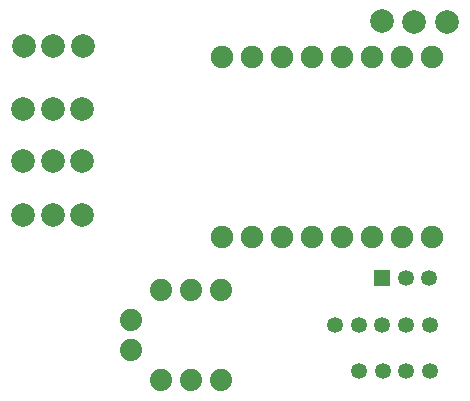
<source format=gbr>
%TF.GenerationSoftware,KiCad,Pcbnew,9.0.2*%
%TF.CreationDate,2025-06-08T01:04:18+09:00*%
%TF.ProjectId,__,78912e6b-6963-4616-945f-706362585858,rev?*%
%TF.SameCoordinates,Original*%
%TF.FileFunction,Copper,L2,Bot*%
%TF.FilePolarity,Positive*%
%FSLAX46Y46*%
G04 Gerber Fmt 4.6, Leading zero omitted, Abs format (unit mm)*
G04 Created by KiCad (PCBNEW 9.0.2) date 2025-06-08 01:04:18*
%MOMM*%
%LPD*%
G01*
G04 APERTURE LIST*
%TA.AperFunction,ComponentPad*%
%ADD10C,2.000000*%
%TD*%
%TA.AperFunction,ComponentPad*%
%ADD11C,1.879600*%
%TD*%
%TA.AperFunction,ComponentPad*%
%ADD12C,1.350000*%
%TD*%
%TA.AperFunction,ComponentPad*%
%ADD13R,1.350000X1.350000*%
%TD*%
%TA.AperFunction,ComponentPad*%
%ADD14C,1.905000*%
%TD*%
%TA.AperFunction,ViaPad*%
%ADD15C,2.000000*%
%TD*%
%TA.AperFunction,Conductor*%
%ADD16C,0.200000*%
%TD*%
G04 APERTURE END LIST*
D10*
%TO.P,REF\u002A\u002A,Drain*%
%TO.N,N/C*%
X4855000Y-3520000D03*
%TO.P,REF\u002A\u002A,Gate*%
%TO.N,COOLING*%
X7355000Y-3520000D03*
%TO.P,REF\u002A\u002A,Source*%
%TO.N,N/C*%
X2355000Y-3520000D03*
%TD*%
%TO.P,REF\u002A\u002A,Drain*%
%TO.N,N/C*%
X4830000Y-13245000D03*
%TO.P,REF\u002A\u002A,Gate*%
%TO.N,feltier2*%
X7330000Y-13245000D03*
%TO.P,REF\u002A\u002A,Source*%
%TO.N,felPWM2*%
X2330000Y-13245000D03*
%TD*%
%TO.P,REF\u002A\u002A,Drain*%
%TO.N,N/C*%
X4805000Y-17845000D03*
%TO.P,REF\u002A\u002A,Gate*%
%TO.N,feltier3*%
X7305000Y-17845000D03*
%TO.P,REF\u002A\u002A,Source*%
%TO.N,felPWM3*%
X2305000Y-17845000D03*
%TD*%
%TO.P,REF\u002A\u002A,Drain*%
%TO.N,N/C*%
X4830000Y-8845000D03*
%TO.P,REF\u002A\u002A,Gate*%
%TO.N,feltier1*%
X7330000Y-8845000D03*
%TO.P,REF\u002A\u002A,Source*%
%TO.N,felPWM1*%
X2330000Y-8845000D03*
%TD*%
D11*
%TO.P,JP5,2*%
%TO.N,GND*%
X11470000Y-29275000D03*
%TO.P,JP5,1*%
%TO.N,VCC*%
X11470000Y-26735000D03*
%TD*%
%TO.P,JP4,3*%
%TO.N,ALT*%
X19090000Y-31815000D03*
%TO.P,JP4,2*%
%TO.N,GND*%
X16550000Y-31815000D03*
%TO.P,JP4,1*%
%TO.N,VCC*%
X14010000Y-31815000D03*
%TD*%
%TO.P,JP2,1*%
%TO.N,SDA*%
X14010000Y-24195000D03*
%TO.P,JP2,2*%
%TO.N,SCL*%
X16550000Y-24195000D03*
%TO.P,JP2,3*%
%TO.N,QST*%
X19090000Y-24195000D03*
%TD*%
D12*
%TO.P,Sensors,3*%
%TO.N,GND*%
X36705000Y-23170000D03*
%TO.P,Sensors,2*%
%TO.N,VCC*%
X34705000Y-23170000D03*
D13*
%TO.P,Sensors,1*%
%TO.N,Sensors*%
X32705000Y-23170000D03*
%TD*%
D12*
%TO.P,Button,1*%
%TO.N,GND*%
X36730000Y-27170000D03*
%TO.P,Button,2*%
%TO.N,VCC*%
X34730000Y-27170000D03*
%TO.P,Button,3*%
%TO.N,BOOT*%
X32730000Y-27170000D03*
%TO.P,Button,4*%
%TO.N,UP*%
X30730000Y-27170000D03*
%TO.P,Button,5*%
%TO.N,DOWN*%
X28730000Y-27170000D03*
%TD*%
%TO.P,Display / I2C Bus,1*%
%TO.N,GND*%
X36755000Y-31045000D03*
%TO.P,Display / I2C Bus,2*%
%TO.N,VCC*%
X34755000Y-31045000D03*
%TO.P,Display / I2C Bus,3*%
%TO.N,SDA*%
X32755000Y-31045000D03*
%TO.P,Display / I2C Bus,4*%
%TO.N,SCL*%
X30755000Y-31045000D03*
%TD*%
D14*
%TO.P,ESP32-C3
SuperMini,0*%
%TO.N,ACTIVEPIN*%
X19140000Y-19645000D03*
%TO.P,ESP32-C3
SuperMini,1*%
%TO.N,DOWN*%
X21680000Y-19645000D03*
%TO.P,ESP32-C3
SuperMini,2*%
%TO.N,UP*%
X24220000Y-19645000D03*
%TO.P,ESP32-C3
SuperMini,3*%
%TO.N,BOOT*%
X26760000Y-19645000D03*
%TO.P,ESP32-C3
SuperMini,3.3*%
%TO.N,VCC*%
X31840000Y-19645000D03*
%TO.P,ESP32-C3
SuperMini,4*%
%TO.N,Sensors*%
X29300000Y-19645000D03*
%TO.P,ESP32-C3
SuperMini,5*%
%TO.N,COOLER_PIN*%
X36920000Y-4405000D03*
%TO.P,ESP32-C3
SuperMini,5V*%
%TO.N,VCC*%
X36920000Y-19645000D03*
%TO.P,ESP32-C3
SuperMini,6*%
%TO.N,HEATER_PIN*%
X34380000Y-4405000D03*
%TO.P,ESP32-C3
SuperMini,7*%
%TO.N,COOLING*%
X31840000Y-4405000D03*
%TO.P,ESP32-C3
SuperMini,8*%
%TO.N,SDA*%
X29300000Y-4405000D03*
%TO.P,ESP32-C3
SuperMini,9*%
%TO.N,SCL*%
X26760000Y-4405000D03*
%TO.P,ESP32-C3
SuperMini,10*%
%TO.N,feltier3*%
X24220000Y-4405000D03*
%TO.P,ESP32-C3
SuperMini,20*%
%TO.N,feltier2*%
X21680000Y-4405000D03*
%TO.P,ESP32-C3
SuperMini,21*%
%TO.N,feltier1*%
X19140000Y-4405000D03*
%TO.P,ESP32-C3
SuperMini,G*%
%TO.N,GND*%
X34380000Y-19645000D03*
%TD*%
D15*
%TO.N,HEATER_PIN*%
X32730000Y-1420000D03*
%TO.N,ACTIVEPIN*%
X38180000Y-1470000D03*
%TO.N,COOLER_PIN*%
X35430000Y-1445000D03*
%TD*%
D16*
%TO.N,VCC*%
X14007673Y-31817327D02*
X14010000Y-31815000D01*
X31730000Y-19520000D02*
X31730000Y-19620000D01*
X31805000Y-19445000D02*
X31730000Y-19520000D01*
%TO.N,feltier2*%
X21380000Y-4645000D02*
X21380000Y-4705000D01*
X21610000Y-4415000D02*
X21380000Y-4645000D01*
X21685000Y-4415000D02*
X21610000Y-4415000D01*
%TD*%
M02*

</source>
